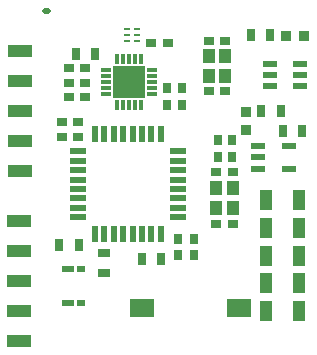
<source format=gbr>
G04 EAGLE Gerber RS-274X export*
G75*
%MOMM*%
%FSLAX34Y34*%
%LPD*%
%INSolderpaste Top*%
%IPPOS*%
%AMOC8*
5,1,8,0,0,1.08239X$1,22.5*%
G01*
%ADD10R,0.550000X0.250000*%
%ADD11R,1.050000X1.820000*%
%ADD12R,0.850000X0.800000*%
%ADD13R,0.800000X0.850000*%
%ADD14R,1.250000X0.600000*%
%ADD15R,0.700000X0.500000*%
%ADD16R,1.050000X0.500000*%
%ADD17R,2.000000X1.020000*%
%ADD18R,0.300000X0.850000*%
%ADD19R,0.850000X0.300000*%
%ADD20R,2.700000X2.700000*%
%ADD21R,0.798700X0.973900*%
%ADD22R,0.973900X0.798700*%
%ADD23R,2.000000X1.500000*%
%ADD24C,0.508000*%
%ADD25R,1.100000X1.200000*%
%ADD26R,1.475000X0.600000*%
%ADD27R,0.600000X1.475000*%
%ADD28R,1.150000X0.600000*%
%ADD29R,0.920900X0.970200*%
%ADD30R,0.970200X0.920900*%


D10*
X112912Y279540D03*
X112912Y274540D03*
X112912Y269540D03*
X121412Y269540D03*
X121412Y274540D03*
X121412Y279540D03*
D11*
X258629Y87630D03*
X230829Y87630D03*
X258629Y134366D03*
X230829Y134366D03*
X258629Y110998D03*
X230829Y110998D03*
X258629Y40894D03*
X230829Y40894D03*
X258629Y64262D03*
X230829Y64262D03*
D12*
X77358Y222250D03*
X63358Y222250D03*
X77358Y246126D03*
X63358Y246126D03*
X77358Y234188D03*
X63358Y234188D03*
D13*
X159512Y229504D03*
X159512Y215504D03*
X147066Y229504D03*
X147066Y215504D03*
D12*
X133462Y267970D03*
X147462Y267970D03*
D14*
X259278Y230946D03*
X259278Y240446D03*
X259278Y249946D03*
X234278Y249946D03*
X234278Y240446D03*
X234278Y230946D03*
D15*
X74278Y76200D03*
D16*
X63118Y76200D03*
D15*
X74278Y47244D03*
D16*
X63118Y47244D03*
D17*
X21748Y15824D03*
X21748Y41224D03*
X21748Y66624D03*
X21748Y92024D03*
X21748Y117424D03*
D18*
X104808Y214942D03*
X109808Y214942D03*
X114808Y214942D03*
X119808Y214942D03*
X124808Y214942D03*
D19*
X134308Y224442D03*
X134308Y229442D03*
X134308Y234442D03*
X134308Y239442D03*
X134308Y244442D03*
D18*
X124808Y253942D03*
X119808Y253942D03*
X114808Y253942D03*
X109808Y253942D03*
X104808Y253942D03*
D19*
X95308Y244442D03*
X95308Y239442D03*
X95308Y234442D03*
X95308Y229442D03*
X95308Y224442D03*
D20*
X114808Y234442D03*
D17*
X22256Y159430D03*
X22256Y184830D03*
X22256Y210230D03*
X22256Y235630D03*
X22256Y261030D03*
D21*
X245086Y193548D03*
X261390Y193548D03*
X69826Y258318D03*
X86130Y258318D03*
X71906Y97028D03*
X55602Y97028D03*
X217908Y274574D03*
X234212Y274574D03*
X226544Y210058D03*
X242848Y210058D03*
D22*
X93472Y89686D03*
X93472Y73382D03*
D23*
X125624Y43434D03*
X207624Y43434D03*
D12*
X71770Y200660D03*
X57770Y200660D03*
D13*
X156210Y101996D03*
X156210Y87996D03*
D24*
X46160Y294882D02*
X43620Y294882D01*
D12*
X202580Y114554D03*
X188580Y114554D03*
X188580Y158750D03*
X202580Y158750D03*
X181976Y269240D03*
X195976Y269240D03*
X195976Y227076D03*
X181976Y227076D03*
D13*
X189738Y171562D03*
X189738Y185562D03*
X202184Y171562D03*
X202184Y185562D03*
D25*
X202580Y128152D03*
X202580Y145152D03*
X188580Y145152D03*
X188580Y128152D03*
X196020Y240061D03*
X196020Y257061D03*
X182020Y257061D03*
X182020Y240061D03*
D26*
X155918Y120082D03*
X155918Y128082D03*
X155918Y136082D03*
X155918Y144082D03*
X155918Y152082D03*
X155918Y160082D03*
X155918Y168082D03*
X155918Y176082D03*
D27*
X141538Y190462D03*
X133538Y190462D03*
X125538Y190462D03*
X117538Y190462D03*
X109538Y190462D03*
X101538Y190462D03*
X93538Y190462D03*
X85538Y190462D03*
D26*
X71158Y176082D03*
X71158Y168082D03*
X71158Y160082D03*
X71158Y152082D03*
X71158Y144082D03*
X71158Y136082D03*
X71158Y128082D03*
X71158Y120082D03*
D27*
X85538Y105702D03*
X93538Y105702D03*
X101538Y105702D03*
X109538Y105702D03*
X117538Y105702D03*
X125538Y105702D03*
X133538Y105702D03*
X141538Y105702D03*
D21*
X125452Y84582D03*
X141756Y84582D03*
D12*
X71770Y187960D03*
X57770Y187960D03*
D13*
X169926Y101996D03*
X169926Y87996D03*
D28*
X223728Y180442D03*
X223728Y170942D03*
X223728Y161442D03*
X249728Y161442D03*
X249728Y180442D03*
D29*
X247524Y273812D03*
X263016Y273812D03*
D30*
X213614Y193930D03*
X213614Y209422D03*
M02*

</source>
